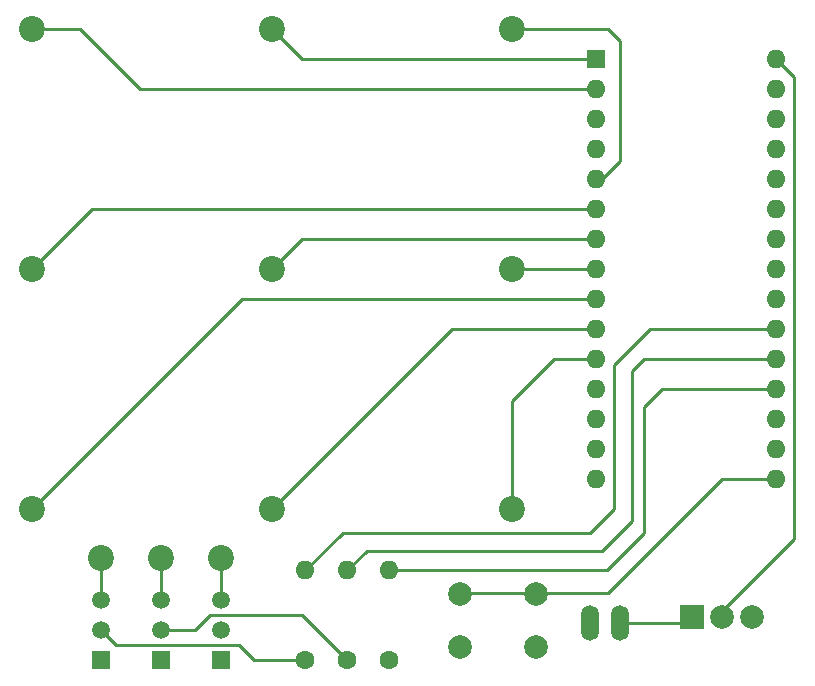
<source format=gbr>
G04 #@! TF.FileFunction,Copper,L1,Top,Signal*
%FSLAX46Y46*%
G04 Gerber Fmt 4.6, Leading zero omitted, Abs format (unit mm)*
G04 Created by KiCad (PCBNEW 4.0.7) date 01/30/18 23:23:01*
%MOMM*%
%LPD*%
G01*
G04 APERTURE LIST*
%ADD10C,0.100000*%
%ADD11R,1.600000X1.600000*%
%ADD12O,1.600000X1.600000*%
%ADD13O,1.510000X3.010000*%
%ADD14C,1.520000*%
%ADD15R,1.520000X1.520000*%
%ADD16C,1.600000*%
%ADD17C,2.200000*%
%ADD18R,2.000000X2.000000*%
%ADD19C,2.000000*%
%ADD20C,0.250000*%
G04 APERTURE END LIST*
D10*
D11*
X70612000Y-27432000D03*
D12*
X85852000Y-60452000D03*
X70612000Y-29972000D03*
X85852000Y-57912000D03*
X70612000Y-32512000D03*
X85852000Y-55372000D03*
X70612000Y-35052000D03*
X85852000Y-52832000D03*
X70612000Y-37592000D03*
X85852000Y-50292000D03*
X70612000Y-40132000D03*
X85852000Y-47752000D03*
X70612000Y-42672000D03*
X85852000Y-45212000D03*
X70612000Y-45212000D03*
X85852000Y-42672000D03*
X70612000Y-47752000D03*
X85852000Y-40132000D03*
X70612000Y-50292000D03*
X85852000Y-37592000D03*
X70612000Y-52832000D03*
X85852000Y-35052000D03*
X70612000Y-55372000D03*
X85852000Y-32512000D03*
X70612000Y-57912000D03*
X85852000Y-29972000D03*
X70612000Y-60452000D03*
X85852000Y-27432000D03*
X70612000Y-62992000D03*
X85852000Y-62992000D03*
D13*
X72644000Y-75184000D03*
X70104000Y-75184000D03*
D14*
X38862000Y-75819000D03*
X38862000Y-73279000D03*
D15*
X38862000Y-78359000D03*
D14*
X33782000Y-75819000D03*
X33782000Y-73279000D03*
D15*
X33782000Y-78359000D03*
D14*
X28702000Y-75819000D03*
X28702000Y-73279000D03*
D15*
X28702000Y-78359000D03*
D16*
X53086000Y-78359000D03*
D12*
X53086000Y-70739000D03*
D16*
X49530000Y-78359000D03*
D12*
X49530000Y-70739000D03*
D16*
X45974000Y-78359000D03*
D12*
X45974000Y-70739000D03*
D17*
X22860000Y-24892000D03*
X43180000Y-24892000D03*
X63500000Y-24892000D03*
X22860000Y-45212000D03*
X43180000Y-45212000D03*
X63500000Y-45212000D03*
X22860000Y-65532000D03*
X43180000Y-65532000D03*
X63500000Y-65532000D03*
X38862000Y-69723000D03*
X33782000Y-69723000D03*
X28702000Y-69723000D03*
D18*
X78740000Y-74676000D03*
D19*
X81280000Y-74676000D03*
X83780000Y-74676000D03*
X65532000Y-72716000D03*
X65532000Y-77216000D03*
X59032000Y-72716000D03*
X59032000Y-77216000D03*
D20*
X70612000Y-27432000D02*
X45720000Y-27432000D01*
X45720000Y-27432000D02*
X43180000Y-24892000D01*
X26924000Y-24892000D02*
X22860000Y-24892000D01*
X32004000Y-29972000D02*
X26924000Y-24892000D01*
X70612000Y-29972000D02*
X32004000Y-29972000D01*
X85852000Y-55372000D02*
X76200000Y-55372000D01*
X71501000Y-70739000D02*
X53086000Y-70739000D01*
X74676000Y-67564000D02*
X71501000Y-70739000D01*
X74676000Y-56896000D02*
X74676000Y-67564000D01*
X76200000Y-55372000D02*
X74676000Y-56896000D01*
X85852000Y-52832000D02*
X74676000Y-52832000D01*
X51181000Y-69088000D02*
X49530000Y-70739000D01*
X71120000Y-69088000D02*
X51181000Y-69088000D01*
X73660000Y-66548000D02*
X71120000Y-69088000D01*
X73660000Y-53848000D02*
X73660000Y-66548000D01*
X74676000Y-52832000D02*
X73660000Y-53848000D01*
X70612000Y-37592000D02*
X71120000Y-37592000D01*
X71120000Y-37592000D02*
X72644000Y-36068000D01*
X72644000Y-36068000D02*
X72644000Y-25908000D01*
X72644000Y-25908000D02*
X71628000Y-24892000D01*
X71628000Y-24892000D02*
X63500000Y-24892000D01*
X85852000Y-50292000D02*
X75184000Y-50292000D01*
X49149000Y-67564000D02*
X45974000Y-70739000D01*
X70104000Y-67564000D02*
X49149000Y-67564000D01*
X72136000Y-65532000D02*
X70104000Y-67564000D01*
X72136000Y-53340000D02*
X72136000Y-65532000D01*
X75184000Y-50292000D02*
X72136000Y-53340000D01*
X70612000Y-40132000D02*
X27940000Y-40132000D01*
X27940000Y-40132000D02*
X22860000Y-45212000D01*
X70612000Y-42672000D02*
X45720000Y-42672000D01*
X45720000Y-42672000D02*
X43180000Y-45212000D01*
X70612000Y-45212000D02*
X63500000Y-45212000D01*
X70612000Y-47752000D02*
X40640000Y-47752000D01*
X40640000Y-47752000D02*
X22860000Y-65532000D01*
X70612000Y-50292000D02*
X58420000Y-50292000D01*
X58420000Y-50292000D02*
X43180000Y-65532000D01*
X70612000Y-52832000D02*
X67056000Y-52832000D01*
X63500000Y-56388000D02*
X63500000Y-65532000D01*
X67056000Y-52832000D02*
X63500000Y-56388000D01*
X81280000Y-74676000D02*
X81280000Y-74168000D01*
X81280000Y-74168000D02*
X87376000Y-68072000D01*
X87376000Y-68072000D02*
X87376000Y-28956000D01*
X87376000Y-28956000D02*
X85852000Y-27432000D01*
X85852000Y-62992000D02*
X81280000Y-62992000D01*
X71628000Y-72644000D02*
X59104000Y-72644000D01*
X72136000Y-72136000D02*
X71628000Y-72644000D01*
X81280000Y-62992000D02*
X72136000Y-72136000D01*
X59104000Y-72644000D02*
X59032000Y-72716000D01*
X72644000Y-75184000D02*
X78232000Y-75184000D01*
X78232000Y-75184000D02*
X78740000Y-74676000D01*
X38862000Y-69723000D02*
X38862000Y-73279000D01*
X33782000Y-69723000D02*
X33782000Y-73279000D01*
X28702000Y-73279000D02*
X28702000Y-69723000D01*
X33782000Y-75819000D02*
X36626800Y-75819000D01*
X45720000Y-74549000D02*
X49530000Y-78359000D01*
X37896800Y-74549000D02*
X45720000Y-74549000D01*
X36626800Y-75819000D02*
X37896800Y-74549000D01*
X45974000Y-78359000D02*
X41579800Y-78359000D01*
X29972000Y-77089000D02*
X28702000Y-75819000D01*
X40309800Y-77089000D02*
X29972000Y-77089000D01*
X41579800Y-78359000D02*
X40309800Y-77089000D01*
M02*

</source>
